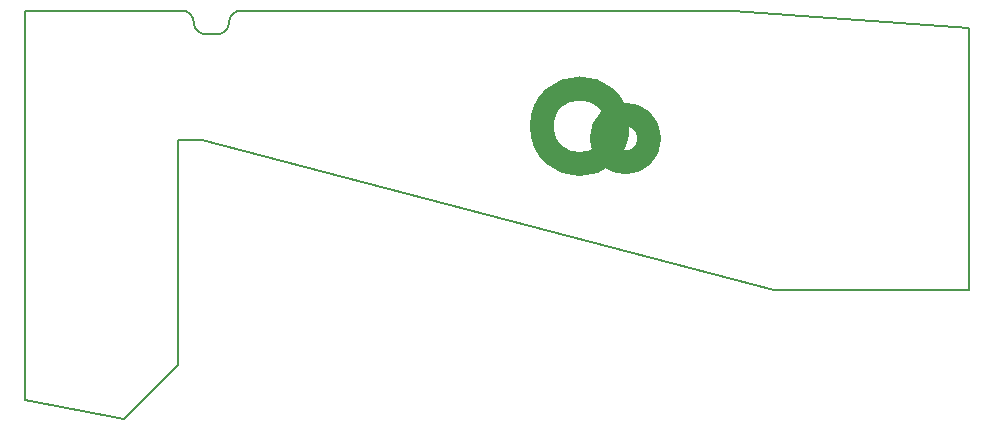
<source format=gbr>
%FSLAX46Y46*%
G04 Gerber Fmt 4.6, Leading zero omitted, Abs format (unit mm)*
G04 Created by KiCad (PCBNEW (2014-jul-16 BZR unknown)-product) date Thu 04 Sep 2014 10:50:04 PM CEST*
%MOMM*%
G01*
G04 APERTURE LIST*
%ADD10C,0.150000*%
%ADD11C,2.000000*%
G04 APERTURE END LIST*
D10*
X180000000Y-101500000D02*
X160000000Y-100000000D01*
X115320000Y-102010000D02*
X116320000Y-102010000D01*
X163470000Y-123700000D02*
X180000000Y-123700000D01*
X108420000Y-134570000D02*
X113000000Y-130000000D01*
X118320000Y-100000000D02*
X160000000Y-100000000D01*
X118320000Y-100000000D02*
G75*
G03X117320000Y-101000000I0J-1000000D01*
G74*
G01*
X117320000Y-101000000D02*
G75*
G02X116320000Y-102000000I-1000000J0D01*
G74*
G01*
X114320000Y-101000000D02*
G75*
G03X115320000Y-102000000I1000000J0D01*
G74*
G01*
X114320000Y-101000000D02*
G75*
G03X113320000Y-100000000I-1000000J0D01*
G74*
G01*
X115000000Y-111000000D02*
X163470000Y-123700000D01*
X113000000Y-111000000D02*
X115000000Y-111000000D01*
X113000000Y-130000000D02*
X113000000Y-111000000D01*
X100000000Y-133000000D02*
X108420000Y-134570000D01*
X100000000Y-133000000D02*
X100000000Y-100000000D01*
X180000000Y-101500000D02*
X180000000Y-123700000D01*
X100000000Y-100000000D02*
X113320000Y-100000000D01*
D11*
X152878124Y-110832362D02*
G75*
G03X152878124Y-110832362I-2009976J0D01*
G74*
G01*
X150206007Y-109797086D02*
G75*
G03X150206007Y-109797086I-3201562J0D01*
G74*
G01*
M02*

</source>
